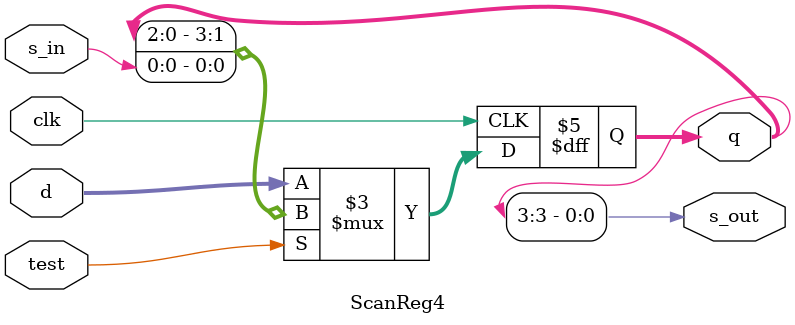
<source format=sv>
module ScanReg4(input logic clk, test,
		input logic 	   s_in,
		input logic [3:0]  d,
		output logic 	   s_out,
		output logic [3:0] q);

   always_ff @(posedge clk)
     begin
	if (test) q <= {q[2:0], s_in};
	else q <= d;
     end

   assign s_out = q[3];

endmodule // ScanReg4

</source>
